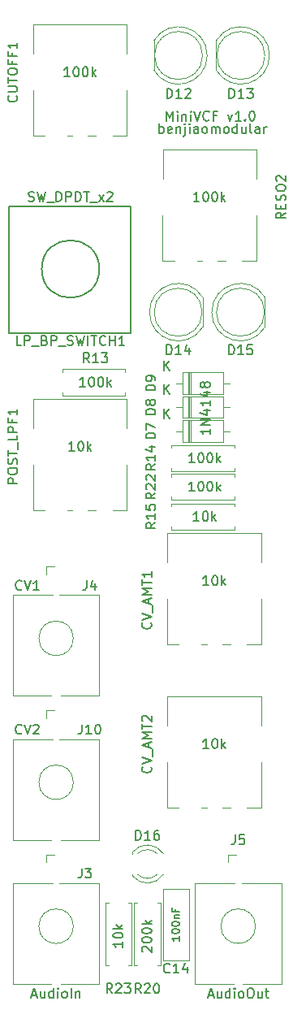
<source format=gbr>
%TF.GenerationSoftware,KiCad,Pcbnew,5.1.9+dfsg1-1~bpo10+1*%
%TF.CreationDate,2022-02-07T13:50:34+08:00*%
%TF.ProjectId,MiniVCF v1.0 - Control,4d696e69-5643-4462-9076-312e30202d20,rev?*%
%TF.SameCoordinates,Original*%
%TF.FileFunction,Legend,Top*%
%TF.FilePolarity,Positive*%
%FSLAX46Y46*%
G04 Gerber Fmt 4.6, Leading zero omitted, Abs format (unit mm)*
G04 Created by KiCad (PCBNEW 5.1.9+dfsg1-1~bpo10+1) date 2022-02-07 13:50:34*
%MOMM*%
%LPD*%
G01*
G04 APERTURE LIST*
%ADD10C,0.150000*%
%ADD11C,0.120000*%
G04 APERTURE END LIST*
D10*
X88276190Y-64852380D02*
X88276190Y-63852380D01*
X88276190Y-64233333D02*
X88371428Y-64185714D01*
X88561904Y-64185714D01*
X88657142Y-64233333D01*
X88704761Y-64280952D01*
X88752380Y-64376190D01*
X88752380Y-64661904D01*
X88704761Y-64757142D01*
X88657142Y-64804761D01*
X88561904Y-64852380D01*
X88371428Y-64852380D01*
X88276190Y-64804761D01*
X89561904Y-64804761D02*
X89466666Y-64852380D01*
X89276190Y-64852380D01*
X89180952Y-64804761D01*
X89133333Y-64709523D01*
X89133333Y-64328571D01*
X89180952Y-64233333D01*
X89276190Y-64185714D01*
X89466666Y-64185714D01*
X89561904Y-64233333D01*
X89609523Y-64328571D01*
X89609523Y-64423809D01*
X89133333Y-64519047D01*
X90038095Y-64185714D02*
X90038095Y-64852380D01*
X90038095Y-64280952D02*
X90085714Y-64233333D01*
X90180952Y-64185714D01*
X90323809Y-64185714D01*
X90419047Y-64233333D01*
X90466666Y-64328571D01*
X90466666Y-64852380D01*
X90942857Y-64185714D02*
X90942857Y-65042857D01*
X90895238Y-65138095D01*
X90800000Y-65185714D01*
X90752380Y-65185714D01*
X90942857Y-63852380D02*
X90895238Y-63900000D01*
X90942857Y-63947619D01*
X90990476Y-63900000D01*
X90942857Y-63852380D01*
X90942857Y-63947619D01*
X91419047Y-64852380D02*
X91419047Y-64185714D01*
X91419047Y-63852380D02*
X91371428Y-63900000D01*
X91419047Y-63947619D01*
X91466666Y-63900000D01*
X91419047Y-63852380D01*
X91419047Y-63947619D01*
X92323809Y-64852380D02*
X92323809Y-64328571D01*
X92276190Y-64233333D01*
X92180952Y-64185714D01*
X91990476Y-64185714D01*
X91895238Y-64233333D01*
X92323809Y-64804761D02*
X92228571Y-64852380D01*
X91990476Y-64852380D01*
X91895238Y-64804761D01*
X91847619Y-64709523D01*
X91847619Y-64614285D01*
X91895238Y-64519047D01*
X91990476Y-64471428D01*
X92228571Y-64471428D01*
X92323809Y-64423809D01*
X92942857Y-64852380D02*
X92847619Y-64804761D01*
X92800000Y-64757142D01*
X92752380Y-64661904D01*
X92752380Y-64376190D01*
X92800000Y-64280952D01*
X92847619Y-64233333D01*
X92942857Y-64185714D01*
X93085714Y-64185714D01*
X93180952Y-64233333D01*
X93228571Y-64280952D01*
X93276190Y-64376190D01*
X93276190Y-64661904D01*
X93228571Y-64757142D01*
X93180952Y-64804761D01*
X93085714Y-64852380D01*
X92942857Y-64852380D01*
X93704761Y-64852380D02*
X93704761Y-64185714D01*
X93704761Y-64280952D02*
X93752380Y-64233333D01*
X93847619Y-64185714D01*
X93990476Y-64185714D01*
X94085714Y-64233333D01*
X94133333Y-64328571D01*
X94133333Y-64852380D01*
X94133333Y-64328571D02*
X94180952Y-64233333D01*
X94276190Y-64185714D01*
X94419047Y-64185714D01*
X94514285Y-64233333D01*
X94561904Y-64328571D01*
X94561904Y-64852380D01*
X95180952Y-64852380D02*
X95085714Y-64804761D01*
X95038095Y-64757142D01*
X94990476Y-64661904D01*
X94990476Y-64376190D01*
X95038095Y-64280952D01*
X95085714Y-64233333D01*
X95180952Y-64185714D01*
X95323809Y-64185714D01*
X95419047Y-64233333D01*
X95466666Y-64280952D01*
X95514285Y-64376190D01*
X95514285Y-64661904D01*
X95466666Y-64757142D01*
X95419047Y-64804761D01*
X95323809Y-64852380D01*
X95180952Y-64852380D01*
X96371428Y-64852380D02*
X96371428Y-63852380D01*
X96371428Y-64804761D02*
X96276190Y-64852380D01*
X96085714Y-64852380D01*
X95990476Y-64804761D01*
X95942857Y-64757142D01*
X95895238Y-64661904D01*
X95895238Y-64376190D01*
X95942857Y-64280952D01*
X95990476Y-64233333D01*
X96085714Y-64185714D01*
X96276190Y-64185714D01*
X96371428Y-64233333D01*
X97276190Y-64185714D02*
X97276190Y-64852380D01*
X96847619Y-64185714D02*
X96847619Y-64709523D01*
X96895238Y-64804761D01*
X96990476Y-64852380D01*
X97133333Y-64852380D01*
X97228571Y-64804761D01*
X97276190Y-64757142D01*
X97895238Y-64852380D02*
X97800000Y-64804761D01*
X97752380Y-64709523D01*
X97752380Y-63852380D01*
X98704761Y-64852380D02*
X98704761Y-64328571D01*
X98657142Y-64233333D01*
X98561904Y-64185714D01*
X98371428Y-64185714D01*
X98276190Y-64233333D01*
X98704761Y-64804761D02*
X98609523Y-64852380D01*
X98371428Y-64852380D01*
X98276190Y-64804761D01*
X98228571Y-64709523D01*
X98228571Y-64614285D01*
X98276190Y-64519047D01*
X98371428Y-64471428D01*
X98609523Y-64471428D01*
X98704761Y-64423809D01*
X99180952Y-64852380D02*
X99180952Y-64185714D01*
X99180952Y-64376190D02*
X99228571Y-64280952D01*
X99276190Y-64233333D01*
X99371428Y-64185714D01*
X99466666Y-64185714D01*
X89028571Y-63552380D02*
X89028571Y-62552380D01*
X89361904Y-63266666D01*
X89695238Y-62552380D01*
X89695238Y-63552380D01*
X90171428Y-63552380D02*
X90171428Y-62885714D01*
X90171428Y-62552380D02*
X90123809Y-62600000D01*
X90171428Y-62647619D01*
X90219047Y-62600000D01*
X90171428Y-62552380D01*
X90171428Y-62647619D01*
X90647619Y-62885714D02*
X90647619Y-63552380D01*
X90647619Y-62980952D02*
X90695238Y-62933333D01*
X90790476Y-62885714D01*
X90933333Y-62885714D01*
X91028571Y-62933333D01*
X91076190Y-63028571D01*
X91076190Y-63552380D01*
X91552380Y-63552380D02*
X91552380Y-62885714D01*
X91552380Y-62552380D02*
X91504761Y-62600000D01*
X91552380Y-62647619D01*
X91600000Y-62600000D01*
X91552380Y-62552380D01*
X91552380Y-62647619D01*
X91885714Y-62552380D02*
X92219047Y-63552380D01*
X92552380Y-62552380D01*
X93457142Y-63457142D02*
X93409523Y-63504761D01*
X93266666Y-63552380D01*
X93171428Y-63552380D01*
X93028571Y-63504761D01*
X92933333Y-63409523D01*
X92885714Y-63314285D01*
X92838095Y-63123809D01*
X92838095Y-62980952D01*
X92885714Y-62790476D01*
X92933333Y-62695238D01*
X93028571Y-62600000D01*
X93171428Y-62552380D01*
X93266666Y-62552380D01*
X93409523Y-62600000D01*
X93457142Y-62647619D01*
X94219047Y-63028571D02*
X93885714Y-63028571D01*
X93885714Y-63552380D02*
X93885714Y-62552380D01*
X94361904Y-62552380D01*
X95409523Y-62885714D02*
X95647619Y-63552380D01*
X95885714Y-62885714D01*
X96790476Y-63552380D02*
X96219047Y-63552380D01*
X96504761Y-63552380D02*
X96504761Y-62552380D01*
X96409523Y-62695238D01*
X96314285Y-62790476D01*
X96219047Y-62838095D01*
X97219047Y-63457142D02*
X97266666Y-63504761D01*
X97219047Y-63552380D01*
X97171428Y-63504761D01*
X97219047Y-63457142D01*
X97219047Y-63552380D01*
X97885714Y-62552380D02*
X97980952Y-62552380D01*
X98076190Y-62600000D01*
X98123809Y-62647619D01*
X98171428Y-62742857D01*
X98219047Y-62933333D01*
X98219047Y-63171428D01*
X98171428Y-63361904D01*
X98123809Y-63457142D01*
X98076190Y-63504761D01*
X97980952Y-63552380D01*
X97885714Y-63552380D01*
X97790476Y-63504761D01*
X97742857Y-63457142D01*
X97695238Y-63361904D01*
X97647619Y-63171428D01*
X97647619Y-62933333D01*
X97695238Y-62742857D01*
X97742857Y-62647619D01*
X97790476Y-62600000D01*
X97885714Y-62552380D01*
%TO.C,LP_BP_SWITCH1*%
X72600000Y-72500000D02*
X85300000Y-72500000D01*
X85300000Y-72500000D02*
X85300000Y-85700000D01*
X72600000Y-85700000D02*
X72600000Y-72500000D01*
X85300000Y-85700000D02*
X72600000Y-85700000D01*
X82000833Y-79000000D02*
G75*
G03*
X82000833Y-79000000I-3000417J0D01*
G01*
D11*
%TO.C,POST_LPF1*%
X79210000Y-104120000D02*
X78680000Y-104120000D01*
X75130000Y-95590000D02*
X75130000Y-92530000D01*
X75120000Y-104120000D02*
X75120000Y-99400000D01*
X84870000Y-95590000D02*
X84870000Y-92530000D01*
X84870000Y-92530000D02*
X75130000Y-92530000D01*
X76310000Y-104120000D02*
X75130000Y-104120000D01*
X81660000Y-104120000D02*
X80830000Y-104120000D01*
X84870000Y-104120000D02*
X83380000Y-104120000D01*
X84870000Y-104120000D02*
X84870000Y-99400000D01*
%TO.C,C14*%
X88630000Y-143580000D02*
X91370000Y-143580000D01*
X88630000Y-151020000D02*
X88630000Y-143580000D01*
X91370000Y-151020000D02*
X91370000Y-143580000D01*
X88630000Y-151020000D02*
X91370000Y-151020000D01*
%TO.C,D7*%
X91290000Y-94780000D02*
X91290000Y-97020000D01*
X91530000Y-94780000D02*
X91530000Y-97020000D01*
X91410000Y-94780000D02*
X91410000Y-97020000D01*
X95580000Y-95900000D02*
X94930000Y-95900000D01*
X90040000Y-95900000D02*
X90690000Y-95900000D01*
X94930000Y-94780000D02*
X90690000Y-94780000D01*
X94930000Y-97020000D02*
X94930000Y-94780000D01*
X90690000Y-97020000D02*
X94930000Y-97020000D01*
X90690000Y-94780000D02*
X90690000Y-97020000D01*
%TO.C,D8*%
X90690000Y-92280000D02*
X90690000Y-94520000D01*
X90690000Y-94520000D02*
X94930000Y-94520000D01*
X94930000Y-94520000D02*
X94930000Y-92280000D01*
X94930000Y-92280000D02*
X90690000Y-92280000D01*
X90040000Y-93400000D02*
X90690000Y-93400000D01*
X95580000Y-93400000D02*
X94930000Y-93400000D01*
X91410000Y-92280000D02*
X91410000Y-94520000D01*
X91530000Y-92280000D02*
X91530000Y-94520000D01*
X91290000Y-92280000D02*
X91290000Y-94520000D01*
%TO.C,D9*%
X91290000Y-89780000D02*
X91290000Y-92020000D01*
X91530000Y-89780000D02*
X91530000Y-92020000D01*
X91410000Y-89780000D02*
X91410000Y-92020000D01*
X95580000Y-90900000D02*
X94930000Y-90900000D01*
X90040000Y-90900000D02*
X90690000Y-90900000D01*
X94930000Y-89780000D02*
X90690000Y-89780000D01*
X94930000Y-92020000D02*
X94930000Y-89780000D01*
X90690000Y-92020000D02*
X94930000Y-92020000D01*
X90690000Y-89780000D02*
X90690000Y-92020000D01*
%TO.C,R13*%
X84680000Y-89430000D02*
X84680000Y-89760000D01*
X78140000Y-91840000D02*
X78140000Y-92170000D01*
X84680000Y-92170000D02*
X84680000Y-91840000D01*
X78140000Y-92170000D02*
X84680000Y-92170000D01*
X78140000Y-89760000D02*
X78140000Y-89430000D01*
X78140000Y-89430000D02*
X84680000Y-89430000D01*
%TO.C,R14*%
X89540000Y-97330000D02*
X96080000Y-97330000D01*
X89540000Y-97660000D02*
X89540000Y-97330000D01*
X89540000Y-100070000D02*
X96080000Y-100070000D01*
X96080000Y-100070000D02*
X96080000Y-99740000D01*
X89540000Y-99740000D02*
X89540000Y-100070000D01*
X96080000Y-97330000D02*
X96080000Y-97660000D01*
%TO.C,R15*%
X96080000Y-103430000D02*
X96080000Y-103760000D01*
X89540000Y-105840000D02*
X89540000Y-106170000D01*
X96080000Y-106170000D02*
X96080000Y-105840000D01*
X89540000Y-106170000D02*
X96080000Y-106170000D01*
X89540000Y-103760000D02*
X89540000Y-103430000D01*
X89540000Y-103430000D02*
X96080000Y-103430000D01*
%TO.C,R20*%
X88370000Y-151580000D02*
X88040000Y-151580000D01*
X85960000Y-145040000D02*
X85630000Y-145040000D01*
X85630000Y-151580000D02*
X85960000Y-151580000D01*
X85630000Y-145040000D02*
X85630000Y-151580000D01*
X88040000Y-145040000D02*
X88370000Y-145040000D01*
X88370000Y-145040000D02*
X88370000Y-151580000D01*
%TO.C,R22*%
X96080000Y-100330000D02*
X96080000Y-100660000D01*
X89540000Y-102740000D02*
X89540000Y-103070000D01*
X96080000Y-103070000D02*
X96080000Y-102740000D01*
X89540000Y-103070000D02*
X96080000Y-103070000D01*
X89540000Y-100660000D02*
X89540000Y-100330000D01*
X89540000Y-100330000D02*
X96080000Y-100330000D01*
%TO.C,R23*%
X85370000Y-151580000D02*
X85040000Y-151580000D01*
X82960000Y-145040000D02*
X82630000Y-145040000D01*
X82630000Y-151580000D02*
X82960000Y-151580000D01*
X82630000Y-145040000D02*
X82630000Y-151580000D01*
X85040000Y-145040000D02*
X85370000Y-145040000D01*
X85370000Y-145040000D02*
X85370000Y-151580000D01*
%TO.C,CUTOFF1*%
X79210000Y-65120000D02*
X78680000Y-65120000D01*
X75130000Y-56590000D02*
X75130000Y-53530000D01*
X75120000Y-65120000D02*
X75120000Y-60400000D01*
X84870000Y-56590000D02*
X84870000Y-53530000D01*
X84870000Y-53530000D02*
X75130000Y-53530000D01*
X76310000Y-65120000D02*
X75130000Y-65120000D01*
X81660000Y-65120000D02*
X80830000Y-65120000D01*
X84870000Y-65120000D02*
X83380000Y-65120000D01*
X84870000Y-65120000D02*
X84870000Y-60400000D01*
%TO.C,CV_AMT1*%
X98870000Y-118120000D02*
X98870000Y-113400000D01*
X98870000Y-118120000D02*
X97380000Y-118120000D01*
X95660000Y-118120000D02*
X94830000Y-118120000D01*
X90310000Y-118120000D02*
X89130000Y-118120000D01*
X98870000Y-106530000D02*
X89130000Y-106530000D01*
X98870000Y-109590000D02*
X98870000Y-106530000D01*
X89120000Y-118120000D02*
X89120000Y-113400000D01*
X89130000Y-109590000D02*
X89130000Y-106530000D01*
X93210000Y-118120000D02*
X92680000Y-118120000D01*
%TO.C,CV_AMT2*%
X93210000Y-135120000D02*
X92680000Y-135120000D01*
X89130000Y-126590000D02*
X89130000Y-123530000D01*
X89120000Y-135120000D02*
X89120000Y-130400000D01*
X98870000Y-126590000D02*
X98870000Y-123530000D01*
X98870000Y-123530000D02*
X89130000Y-123530000D01*
X90310000Y-135120000D02*
X89130000Y-135120000D01*
X95660000Y-135120000D02*
X94830000Y-135120000D01*
X98870000Y-135120000D02*
X97380000Y-135120000D01*
X98870000Y-135120000D02*
X98870000Y-130400000D01*
%TO.C,D12*%
X87710000Y-55205000D02*
X87710000Y-58295000D01*
X92770000Y-56750000D02*
G75*
G03*
X92770000Y-56750000I-2500000J0D01*
G01*
X93260000Y-56749538D02*
G75*
G02*
X87710000Y-58294830I-2990000J-462D01*
G01*
X93260000Y-56750462D02*
G75*
G03*
X87710000Y-55205170I-2990000J462D01*
G01*
%TO.C,D13*%
X99270000Y-56750000D02*
G75*
G03*
X99270000Y-56750000I-2500000J0D01*
G01*
X94210000Y-55205000D02*
X94210000Y-58295000D01*
X99760000Y-56750462D02*
G75*
G03*
X94210000Y-55205170I-2990000J462D01*
G01*
X99760000Y-56749538D02*
G75*
G02*
X94210000Y-58294830I-2990000J-462D01*
G01*
%TO.C,D14*%
X92790000Y-85045000D02*
X92790000Y-81955000D01*
X92730000Y-83500000D02*
G75*
G03*
X92730000Y-83500000I-2500000J0D01*
G01*
X87240000Y-83500462D02*
G75*
G02*
X92790000Y-81955170I2990000J462D01*
G01*
X87240000Y-83499538D02*
G75*
G03*
X92790000Y-85044830I2990000J-462D01*
G01*
%TO.C,D15*%
X99230000Y-83500000D02*
G75*
G03*
X99230000Y-83500000I-2500000J0D01*
G01*
X99290000Y-85045000D02*
X99290000Y-81955000D01*
X93740000Y-83499538D02*
G75*
G03*
X99290000Y-85044830I2990000J-462D01*
G01*
X93740000Y-83500462D02*
G75*
G02*
X99290000Y-81955170I2990000J462D01*
G01*
%TO.C,D16*%
X85460000Y-139764000D02*
X85460000Y-139920000D01*
X85460000Y-142080000D02*
X85460000Y-142236000D01*
X88692335Y-139921392D02*
G75*
G03*
X85460000Y-139764484I-1672335J-1078608D01*
G01*
X88692335Y-142078608D02*
G75*
G02*
X85460000Y-142235516I-1672335J1078608D01*
G01*
X88061130Y-139920163D02*
G75*
G03*
X85979039Y-139920000I-1041130J-1079837D01*
G01*
X88061130Y-142079837D02*
G75*
G02*
X85979039Y-142080000I-1041130J1079837D01*
G01*
%TO.C,J3*%
X76440000Y-140000000D02*
X76440000Y-140800000D01*
X82000000Y-142980000D02*
X82000000Y-153480000D01*
X82000000Y-142980000D02*
X77850000Y-142980000D01*
X77150000Y-142980000D02*
X73000000Y-142980000D01*
X79300000Y-147480000D02*
G75*
G03*
X79300000Y-147480000I-1800000J0D01*
G01*
X73000000Y-142980000D02*
X73000000Y-153480000D01*
X82000000Y-153480000D02*
X78000000Y-153480000D01*
X77000000Y-153480000D02*
X73000000Y-153480000D01*
X76440000Y-140000000D02*
X77300000Y-140000000D01*
%TO.C,J4*%
X76440000Y-110000000D02*
X76440000Y-110800000D01*
X82000000Y-112980000D02*
X82000000Y-123480000D01*
X82000000Y-112980000D02*
X77850000Y-112980000D01*
X77150000Y-112980000D02*
X73000000Y-112980000D01*
X79300000Y-117480000D02*
G75*
G03*
X79300000Y-117480000I-1800000J0D01*
G01*
X73000000Y-112980000D02*
X73000000Y-123480000D01*
X82000000Y-123480000D02*
X78000000Y-123480000D01*
X77000000Y-123480000D02*
X73000000Y-123480000D01*
X76440000Y-110000000D02*
X77300000Y-110000000D01*
%TO.C,J5*%
X95440000Y-140000000D02*
X96300000Y-140000000D01*
X96000000Y-153480000D02*
X92000000Y-153480000D01*
X101000000Y-153480000D02*
X97000000Y-153480000D01*
X92000000Y-142980000D02*
X92000000Y-153480000D01*
X98300000Y-147480000D02*
G75*
G03*
X98300000Y-147480000I-1800000J0D01*
G01*
X96150000Y-142980000D02*
X92000000Y-142980000D01*
X101000000Y-142980000D02*
X96850000Y-142980000D01*
X101000000Y-142980000D02*
X101000000Y-153480000D01*
X95440000Y-140000000D02*
X95440000Y-140800000D01*
%TO.C,J10*%
X76440000Y-125000000D02*
X77300000Y-125000000D01*
X77000000Y-138480000D02*
X73000000Y-138480000D01*
X82000000Y-138480000D02*
X78000000Y-138480000D01*
X73000000Y-127980000D02*
X73000000Y-138480000D01*
X79300000Y-132480000D02*
G75*
G03*
X79300000Y-132480000I-1800000J0D01*
G01*
X77150000Y-127980000D02*
X73000000Y-127980000D01*
X82000000Y-127980000D02*
X77850000Y-127980000D01*
X82000000Y-127980000D02*
X82000000Y-138480000D01*
X76440000Y-125000000D02*
X76440000Y-125800000D01*
%TO.C,RESO2*%
X98370000Y-78120000D02*
X98370000Y-73400000D01*
X98370000Y-78120000D02*
X96880000Y-78120000D01*
X95160000Y-78120000D02*
X94330000Y-78120000D01*
X89810000Y-78120000D02*
X88630000Y-78120000D01*
X98370000Y-66530000D02*
X88630000Y-66530000D01*
X98370000Y-69590000D02*
X98370000Y-66530000D01*
X88620000Y-78120000D02*
X88620000Y-73400000D01*
X88630000Y-69590000D02*
X88630000Y-66530000D01*
X92710000Y-78120000D02*
X92180000Y-78120000D01*
%TO.C,LP_BP_SWITCH1*%
D10*
X73880952Y-86952380D02*
X73404761Y-86952380D01*
X73404761Y-85952380D01*
X74214285Y-86952380D02*
X74214285Y-85952380D01*
X74595238Y-85952380D01*
X74690476Y-86000000D01*
X74738095Y-86047619D01*
X74785714Y-86142857D01*
X74785714Y-86285714D01*
X74738095Y-86380952D01*
X74690476Y-86428571D01*
X74595238Y-86476190D01*
X74214285Y-86476190D01*
X74976190Y-87047619D02*
X75738095Y-87047619D01*
X76309523Y-86428571D02*
X76452380Y-86476190D01*
X76500000Y-86523809D01*
X76547619Y-86619047D01*
X76547619Y-86761904D01*
X76500000Y-86857142D01*
X76452380Y-86904761D01*
X76357142Y-86952380D01*
X75976190Y-86952380D01*
X75976190Y-85952380D01*
X76309523Y-85952380D01*
X76404761Y-86000000D01*
X76452380Y-86047619D01*
X76500000Y-86142857D01*
X76500000Y-86238095D01*
X76452380Y-86333333D01*
X76404761Y-86380952D01*
X76309523Y-86428571D01*
X75976190Y-86428571D01*
X76976190Y-86952380D02*
X76976190Y-85952380D01*
X77357142Y-85952380D01*
X77452380Y-86000000D01*
X77500000Y-86047619D01*
X77547619Y-86142857D01*
X77547619Y-86285714D01*
X77500000Y-86380952D01*
X77452380Y-86428571D01*
X77357142Y-86476190D01*
X76976190Y-86476190D01*
X77738095Y-87047619D02*
X78500000Y-87047619D01*
X78690476Y-86904761D02*
X78833333Y-86952380D01*
X79071428Y-86952380D01*
X79166666Y-86904761D01*
X79214285Y-86857142D01*
X79261904Y-86761904D01*
X79261904Y-86666666D01*
X79214285Y-86571428D01*
X79166666Y-86523809D01*
X79071428Y-86476190D01*
X78880952Y-86428571D01*
X78785714Y-86380952D01*
X78738095Y-86333333D01*
X78690476Y-86238095D01*
X78690476Y-86142857D01*
X78738095Y-86047619D01*
X78785714Y-86000000D01*
X78880952Y-85952380D01*
X79119047Y-85952380D01*
X79261904Y-86000000D01*
X79595238Y-85952380D02*
X79833333Y-86952380D01*
X80023809Y-86238095D01*
X80214285Y-86952380D01*
X80452380Y-85952380D01*
X80833333Y-86952380D02*
X80833333Y-85952380D01*
X81166666Y-85952380D02*
X81738095Y-85952380D01*
X81452380Y-86952380D02*
X81452380Y-85952380D01*
X82642857Y-86857142D02*
X82595238Y-86904761D01*
X82452380Y-86952380D01*
X82357142Y-86952380D01*
X82214285Y-86904761D01*
X82119047Y-86809523D01*
X82071428Y-86714285D01*
X82023809Y-86523809D01*
X82023809Y-86380952D01*
X82071428Y-86190476D01*
X82119047Y-86095238D01*
X82214285Y-86000000D01*
X82357142Y-85952380D01*
X82452380Y-85952380D01*
X82595238Y-86000000D01*
X82642857Y-86047619D01*
X83071428Y-86952380D02*
X83071428Y-85952380D01*
X83071428Y-86428571D02*
X83642857Y-86428571D01*
X83642857Y-86952380D02*
X83642857Y-85952380D01*
X84642857Y-86952380D02*
X84071428Y-86952380D01*
X84357142Y-86952380D02*
X84357142Y-85952380D01*
X84261904Y-86095238D01*
X84166666Y-86190476D01*
X84071428Y-86238095D01*
X74619047Y-71904761D02*
X74761904Y-71952380D01*
X75000000Y-71952380D01*
X75095238Y-71904761D01*
X75142857Y-71857142D01*
X75190476Y-71761904D01*
X75190476Y-71666666D01*
X75142857Y-71571428D01*
X75095238Y-71523809D01*
X75000000Y-71476190D01*
X74809523Y-71428571D01*
X74714285Y-71380952D01*
X74666666Y-71333333D01*
X74619047Y-71238095D01*
X74619047Y-71142857D01*
X74666666Y-71047619D01*
X74714285Y-71000000D01*
X74809523Y-70952380D01*
X75047619Y-70952380D01*
X75190476Y-71000000D01*
X75523809Y-70952380D02*
X75761904Y-71952380D01*
X75952380Y-71238095D01*
X76142857Y-71952380D01*
X76380952Y-70952380D01*
X76523809Y-72047619D02*
X77285714Y-72047619D01*
X77523809Y-71952380D02*
X77523809Y-70952380D01*
X77761904Y-70952380D01*
X77904761Y-71000000D01*
X78000000Y-71095238D01*
X78047619Y-71190476D01*
X78095238Y-71380952D01*
X78095238Y-71523809D01*
X78047619Y-71714285D01*
X78000000Y-71809523D01*
X77904761Y-71904761D01*
X77761904Y-71952380D01*
X77523809Y-71952380D01*
X78523809Y-71952380D02*
X78523809Y-70952380D01*
X78904761Y-70952380D01*
X79000000Y-71000000D01*
X79047619Y-71047619D01*
X79095238Y-71142857D01*
X79095238Y-71285714D01*
X79047619Y-71380952D01*
X79000000Y-71428571D01*
X78904761Y-71476190D01*
X78523809Y-71476190D01*
X79523809Y-71952380D02*
X79523809Y-70952380D01*
X79761904Y-70952380D01*
X79904761Y-71000000D01*
X80000000Y-71095238D01*
X80047619Y-71190476D01*
X80095238Y-71380952D01*
X80095238Y-71523809D01*
X80047619Y-71714285D01*
X80000000Y-71809523D01*
X79904761Y-71904761D01*
X79761904Y-71952380D01*
X79523809Y-71952380D01*
X80380952Y-70952380D02*
X80952380Y-70952380D01*
X80666666Y-71952380D02*
X80666666Y-70952380D01*
X81047619Y-72047619D02*
X81809523Y-72047619D01*
X81952380Y-71952380D02*
X82476190Y-71285714D01*
X81952380Y-71285714D02*
X82476190Y-71952380D01*
X82809523Y-71047619D02*
X82857142Y-71000000D01*
X82952380Y-70952380D01*
X83190476Y-70952380D01*
X83285714Y-71000000D01*
X83333333Y-71047619D01*
X83380952Y-71142857D01*
X83380952Y-71238095D01*
X83333333Y-71380952D01*
X82761904Y-71952380D01*
X83380952Y-71952380D01*
%TO.C,POST_LPF1*%
X73452380Y-101333333D02*
X72452380Y-101333333D01*
X72452380Y-100952380D01*
X72500000Y-100857142D01*
X72547619Y-100809523D01*
X72642857Y-100761904D01*
X72785714Y-100761904D01*
X72880952Y-100809523D01*
X72928571Y-100857142D01*
X72976190Y-100952380D01*
X72976190Y-101333333D01*
X72452380Y-100142857D02*
X72452380Y-99952380D01*
X72500000Y-99857142D01*
X72595238Y-99761904D01*
X72785714Y-99714285D01*
X73119047Y-99714285D01*
X73309523Y-99761904D01*
X73404761Y-99857142D01*
X73452380Y-99952380D01*
X73452380Y-100142857D01*
X73404761Y-100238095D01*
X73309523Y-100333333D01*
X73119047Y-100380952D01*
X72785714Y-100380952D01*
X72595238Y-100333333D01*
X72500000Y-100238095D01*
X72452380Y-100142857D01*
X73404761Y-99333333D02*
X73452380Y-99190476D01*
X73452380Y-98952380D01*
X73404761Y-98857142D01*
X73357142Y-98809523D01*
X73261904Y-98761904D01*
X73166666Y-98761904D01*
X73071428Y-98809523D01*
X73023809Y-98857142D01*
X72976190Y-98952380D01*
X72928571Y-99142857D01*
X72880952Y-99238095D01*
X72833333Y-99285714D01*
X72738095Y-99333333D01*
X72642857Y-99333333D01*
X72547619Y-99285714D01*
X72500000Y-99238095D01*
X72452380Y-99142857D01*
X72452380Y-98904761D01*
X72500000Y-98761904D01*
X72452380Y-98476190D02*
X72452380Y-97904761D01*
X73452380Y-98190476D02*
X72452380Y-98190476D01*
X73547619Y-97809523D02*
X73547619Y-97047619D01*
X73452380Y-96333333D02*
X73452380Y-96809523D01*
X72452380Y-96809523D01*
X73452380Y-96000000D02*
X72452380Y-96000000D01*
X72452380Y-95619047D01*
X72500000Y-95523809D01*
X72547619Y-95476190D01*
X72642857Y-95428571D01*
X72785714Y-95428571D01*
X72880952Y-95476190D01*
X72928571Y-95523809D01*
X72976190Y-95619047D01*
X72976190Y-96000000D01*
X72928571Y-94666666D02*
X72928571Y-95000000D01*
X73452380Y-95000000D02*
X72452380Y-95000000D01*
X72452380Y-94523809D01*
X73452380Y-93619047D02*
X73452380Y-94190476D01*
X73452380Y-93904761D02*
X72452380Y-93904761D01*
X72595238Y-94000000D01*
X72690476Y-94095238D01*
X72738095Y-94190476D01*
X79404761Y-97952380D02*
X78833333Y-97952380D01*
X79119047Y-97952380D02*
X79119047Y-96952380D01*
X79023809Y-97095238D01*
X78928571Y-97190476D01*
X78833333Y-97238095D01*
X80023809Y-96952380D02*
X80119047Y-96952380D01*
X80214285Y-97000000D01*
X80261904Y-97047619D01*
X80309523Y-97142857D01*
X80357142Y-97333333D01*
X80357142Y-97571428D01*
X80309523Y-97761904D01*
X80261904Y-97857142D01*
X80214285Y-97904761D01*
X80119047Y-97952380D01*
X80023809Y-97952380D01*
X79928571Y-97904761D01*
X79880952Y-97857142D01*
X79833333Y-97761904D01*
X79785714Y-97571428D01*
X79785714Y-97333333D01*
X79833333Y-97142857D01*
X79880952Y-97047619D01*
X79928571Y-97000000D01*
X80023809Y-96952380D01*
X80785714Y-97952380D02*
X80785714Y-96952380D01*
X80880952Y-97571428D02*
X81166666Y-97952380D01*
X81166666Y-97285714D02*
X80785714Y-97666666D01*
%TO.C,C14*%
X89357142Y-152257142D02*
X89309523Y-152304761D01*
X89166666Y-152352380D01*
X89071428Y-152352380D01*
X88928571Y-152304761D01*
X88833333Y-152209523D01*
X88785714Y-152114285D01*
X88738095Y-151923809D01*
X88738095Y-151780952D01*
X88785714Y-151590476D01*
X88833333Y-151495238D01*
X88928571Y-151400000D01*
X89071428Y-151352380D01*
X89166666Y-151352380D01*
X89309523Y-151400000D01*
X89357142Y-151447619D01*
X90309523Y-152352380D02*
X89738095Y-152352380D01*
X90023809Y-152352380D02*
X90023809Y-151352380D01*
X89928571Y-151495238D01*
X89833333Y-151590476D01*
X89738095Y-151638095D01*
X91166666Y-151685714D02*
X91166666Y-152352380D01*
X90928571Y-151304761D02*
X90690476Y-152019047D01*
X91309523Y-152019047D01*
X90361904Y-148538095D02*
X90361904Y-148995238D01*
X90361904Y-148766666D02*
X89561904Y-148766666D01*
X89676190Y-148842857D01*
X89752380Y-148919047D01*
X89790476Y-148995238D01*
X89561904Y-148042857D02*
X89561904Y-147966666D01*
X89600000Y-147890476D01*
X89638095Y-147852380D01*
X89714285Y-147814285D01*
X89866666Y-147776190D01*
X90057142Y-147776190D01*
X90209523Y-147814285D01*
X90285714Y-147852380D01*
X90323809Y-147890476D01*
X90361904Y-147966666D01*
X90361904Y-148042857D01*
X90323809Y-148119047D01*
X90285714Y-148157142D01*
X90209523Y-148195238D01*
X90057142Y-148233333D01*
X89866666Y-148233333D01*
X89714285Y-148195238D01*
X89638095Y-148157142D01*
X89600000Y-148119047D01*
X89561904Y-148042857D01*
X89561904Y-147280952D02*
X89561904Y-147204761D01*
X89600000Y-147128571D01*
X89638095Y-147090476D01*
X89714285Y-147052380D01*
X89866666Y-147014285D01*
X90057142Y-147014285D01*
X90209523Y-147052380D01*
X90285714Y-147090476D01*
X90323809Y-147128571D01*
X90361904Y-147204761D01*
X90361904Y-147280952D01*
X90323809Y-147357142D01*
X90285714Y-147395238D01*
X90209523Y-147433333D01*
X90057142Y-147471428D01*
X89866666Y-147471428D01*
X89714285Y-147433333D01*
X89638095Y-147395238D01*
X89600000Y-147357142D01*
X89561904Y-147280952D01*
X89828571Y-146671428D02*
X90361904Y-146671428D01*
X89904761Y-146671428D02*
X89866666Y-146633333D01*
X89828571Y-146557142D01*
X89828571Y-146442857D01*
X89866666Y-146366666D01*
X89942857Y-146328571D01*
X90361904Y-146328571D01*
X89942857Y-145680952D02*
X89942857Y-145947619D01*
X90361904Y-145947619D02*
X89561904Y-145947619D01*
X89561904Y-145566666D01*
%TO.C,D7*%
X87852380Y-96638095D02*
X86852380Y-96638095D01*
X86852380Y-96400000D01*
X86900000Y-96257142D01*
X86995238Y-96161904D01*
X87090476Y-96114285D01*
X87280952Y-96066666D01*
X87423809Y-96066666D01*
X87614285Y-96114285D01*
X87709523Y-96161904D01*
X87804761Y-96257142D01*
X87852380Y-96400000D01*
X87852380Y-96638095D01*
X86852380Y-95733333D02*
X86852380Y-95066666D01*
X87852380Y-95495238D01*
X88738095Y-94552380D02*
X88738095Y-93552380D01*
X89309523Y-94552380D02*
X88880952Y-93980952D01*
X89309523Y-93552380D02*
X88738095Y-94123809D01*
%TO.C,D8*%
X87852380Y-94138095D02*
X86852380Y-94138095D01*
X86852380Y-93900000D01*
X86900000Y-93757142D01*
X86995238Y-93661904D01*
X87090476Y-93614285D01*
X87280952Y-93566666D01*
X87423809Y-93566666D01*
X87614285Y-93614285D01*
X87709523Y-93661904D01*
X87804761Y-93757142D01*
X87852380Y-93900000D01*
X87852380Y-94138095D01*
X87280952Y-92995238D02*
X87233333Y-93090476D01*
X87185714Y-93138095D01*
X87090476Y-93185714D01*
X87042857Y-93185714D01*
X86947619Y-93138095D01*
X86900000Y-93090476D01*
X86852380Y-92995238D01*
X86852380Y-92804761D01*
X86900000Y-92709523D01*
X86947619Y-92661904D01*
X87042857Y-92614285D01*
X87090476Y-92614285D01*
X87185714Y-92661904D01*
X87233333Y-92709523D01*
X87280952Y-92804761D01*
X87280952Y-92995238D01*
X87328571Y-93090476D01*
X87376190Y-93138095D01*
X87471428Y-93185714D01*
X87661904Y-93185714D01*
X87757142Y-93138095D01*
X87804761Y-93090476D01*
X87852380Y-92995238D01*
X87852380Y-92804761D01*
X87804761Y-92709523D01*
X87757142Y-92661904D01*
X87661904Y-92614285D01*
X87471428Y-92614285D01*
X87376190Y-92661904D01*
X87328571Y-92709523D01*
X87280952Y-92804761D01*
X88738095Y-92052380D02*
X88738095Y-91052380D01*
X89309523Y-92052380D02*
X88880952Y-91480952D01*
X89309523Y-91052380D02*
X88738095Y-91623809D01*
%TO.C,D9*%
X87852380Y-91638095D02*
X86852380Y-91638095D01*
X86852380Y-91400000D01*
X86900000Y-91257142D01*
X86995238Y-91161904D01*
X87090476Y-91114285D01*
X87280952Y-91066666D01*
X87423809Y-91066666D01*
X87614285Y-91114285D01*
X87709523Y-91161904D01*
X87804761Y-91257142D01*
X87852380Y-91400000D01*
X87852380Y-91638095D01*
X87852380Y-90590476D02*
X87852380Y-90400000D01*
X87804761Y-90304761D01*
X87757142Y-90257142D01*
X87614285Y-90161904D01*
X87423809Y-90114285D01*
X87042857Y-90114285D01*
X86947619Y-90161904D01*
X86900000Y-90209523D01*
X86852380Y-90304761D01*
X86852380Y-90495238D01*
X86900000Y-90590476D01*
X86947619Y-90638095D01*
X87042857Y-90685714D01*
X87280952Y-90685714D01*
X87376190Y-90638095D01*
X87423809Y-90590476D01*
X87471428Y-90495238D01*
X87471428Y-90304761D01*
X87423809Y-90209523D01*
X87376190Y-90161904D01*
X87280952Y-90114285D01*
X93552380Y-95642857D02*
X93552380Y-96214285D01*
X93552380Y-95928571D02*
X92552380Y-95928571D01*
X92695238Y-96023809D01*
X92790476Y-96119047D01*
X92838095Y-96214285D01*
X93552380Y-95214285D02*
X92552380Y-95214285D01*
X93552380Y-94642857D01*
X92552380Y-94642857D01*
X92885714Y-93738095D02*
X93552380Y-93738095D01*
X92504761Y-93976190D02*
X93219047Y-94214285D01*
X93219047Y-93595238D01*
X93552380Y-92690476D02*
X93552380Y-93261904D01*
X93552380Y-92976190D02*
X92552380Y-92976190D01*
X92695238Y-93071428D01*
X92790476Y-93166666D01*
X92838095Y-93261904D01*
X92885714Y-91833333D02*
X93552380Y-91833333D01*
X92504761Y-92071428D02*
X93219047Y-92309523D01*
X93219047Y-91690476D01*
X92980952Y-91166666D02*
X92933333Y-91261904D01*
X92885714Y-91309523D01*
X92790476Y-91357142D01*
X92742857Y-91357142D01*
X92647619Y-91309523D01*
X92600000Y-91261904D01*
X92552380Y-91166666D01*
X92552380Y-90976190D01*
X92600000Y-90880952D01*
X92647619Y-90833333D01*
X92742857Y-90785714D01*
X92790476Y-90785714D01*
X92885714Y-90833333D01*
X92933333Y-90880952D01*
X92980952Y-90976190D01*
X92980952Y-91166666D01*
X93028571Y-91261904D01*
X93076190Y-91309523D01*
X93171428Y-91357142D01*
X93361904Y-91357142D01*
X93457142Y-91309523D01*
X93504761Y-91261904D01*
X93552380Y-91166666D01*
X93552380Y-90976190D01*
X93504761Y-90880952D01*
X93457142Y-90833333D01*
X93361904Y-90785714D01*
X93171428Y-90785714D01*
X93076190Y-90833333D01*
X93028571Y-90880952D01*
X92980952Y-90976190D01*
X88738095Y-89552380D02*
X88738095Y-88552380D01*
X89309523Y-89552380D02*
X88880952Y-88980952D01*
X89309523Y-88552380D02*
X88738095Y-89123809D01*
%TO.C,R13*%
X80957142Y-88752380D02*
X80623809Y-88276190D01*
X80385714Y-88752380D02*
X80385714Y-87752380D01*
X80766666Y-87752380D01*
X80861904Y-87800000D01*
X80909523Y-87847619D01*
X80957142Y-87942857D01*
X80957142Y-88085714D01*
X80909523Y-88180952D01*
X80861904Y-88228571D01*
X80766666Y-88276190D01*
X80385714Y-88276190D01*
X81909523Y-88752380D02*
X81338095Y-88752380D01*
X81623809Y-88752380D02*
X81623809Y-87752380D01*
X81528571Y-87895238D01*
X81433333Y-87990476D01*
X81338095Y-88038095D01*
X82242857Y-87752380D02*
X82861904Y-87752380D01*
X82528571Y-88133333D01*
X82671428Y-88133333D01*
X82766666Y-88180952D01*
X82814285Y-88228571D01*
X82861904Y-88323809D01*
X82861904Y-88561904D01*
X82814285Y-88657142D01*
X82766666Y-88704761D01*
X82671428Y-88752380D01*
X82385714Y-88752380D01*
X82290476Y-88704761D01*
X82242857Y-88657142D01*
X80528571Y-91252380D02*
X79957142Y-91252380D01*
X80242857Y-91252380D02*
X80242857Y-90252380D01*
X80147619Y-90395238D01*
X80052380Y-90490476D01*
X79957142Y-90538095D01*
X81147619Y-90252380D02*
X81242857Y-90252380D01*
X81338095Y-90300000D01*
X81385714Y-90347619D01*
X81433333Y-90442857D01*
X81480952Y-90633333D01*
X81480952Y-90871428D01*
X81433333Y-91061904D01*
X81385714Y-91157142D01*
X81338095Y-91204761D01*
X81242857Y-91252380D01*
X81147619Y-91252380D01*
X81052380Y-91204761D01*
X81004761Y-91157142D01*
X80957142Y-91061904D01*
X80909523Y-90871428D01*
X80909523Y-90633333D01*
X80957142Y-90442857D01*
X81004761Y-90347619D01*
X81052380Y-90300000D01*
X81147619Y-90252380D01*
X82100000Y-90252380D02*
X82195238Y-90252380D01*
X82290476Y-90300000D01*
X82338095Y-90347619D01*
X82385714Y-90442857D01*
X82433333Y-90633333D01*
X82433333Y-90871428D01*
X82385714Y-91061904D01*
X82338095Y-91157142D01*
X82290476Y-91204761D01*
X82195238Y-91252380D01*
X82100000Y-91252380D01*
X82004761Y-91204761D01*
X81957142Y-91157142D01*
X81909523Y-91061904D01*
X81861904Y-90871428D01*
X81861904Y-90633333D01*
X81909523Y-90442857D01*
X81957142Y-90347619D01*
X82004761Y-90300000D01*
X82100000Y-90252380D01*
X82861904Y-91252380D02*
X82861904Y-90252380D01*
X82957142Y-90871428D02*
X83242857Y-91252380D01*
X83242857Y-90585714D02*
X82861904Y-90966666D01*
%TO.C,R14*%
X87852380Y-99342857D02*
X87376190Y-99676190D01*
X87852380Y-99914285D02*
X86852380Y-99914285D01*
X86852380Y-99533333D01*
X86900000Y-99438095D01*
X86947619Y-99390476D01*
X87042857Y-99342857D01*
X87185714Y-99342857D01*
X87280952Y-99390476D01*
X87328571Y-99438095D01*
X87376190Y-99533333D01*
X87376190Y-99914285D01*
X87852380Y-98390476D02*
X87852380Y-98961904D01*
X87852380Y-98676190D02*
X86852380Y-98676190D01*
X86995238Y-98771428D01*
X87090476Y-98866666D01*
X87138095Y-98961904D01*
X87185714Y-97533333D02*
X87852380Y-97533333D01*
X86804761Y-97771428D02*
X87519047Y-98009523D01*
X87519047Y-97390476D01*
X91928571Y-99152380D02*
X91357142Y-99152380D01*
X91642857Y-99152380D02*
X91642857Y-98152380D01*
X91547619Y-98295238D01*
X91452380Y-98390476D01*
X91357142Y-98438095D01*
X92547619Y-98152380D02*
X92642857Y-98152380D01*
X92738095Y-98200000D01*
X92785714Y-98247619D01*
X92833333Y-98342857D01*
X92880952Y-98533333D01*
X92880952Y-98771428D01*
X92833333Y-98961904D01*
X92785714Y-99057142D01*
X92738095Y-99104761D01*
X92642857Y-99152380D01*
X92547619Y-99152380D01*
X92452380Y-99104761D01*
X92404761Y-99057142D01*
X92357142Y-98961904D01*
X92309523Y-98771428D01*
X92309523Y-98533333D01*
X92357142Y-98342857D01*
X92404761Y-98247619D01*
X92452380Y-98200000D01*
X92547619Y-98152380D01*
X93500000Y-98152380D02*
X93595238Y-98152380D01*
X93690476Y-98200000D01*
X93738095Y-98247619D01*
X93785714Y-98342857D01*
X93833333Y-98533333D01*
X93833333Y-98771428D01*
X93785714Y-98961904D01*
X93738095Y-99057142D01*
X93690476Y-99104761D01*
X93595238Y-99152380D01*
X93500000Y-99152380D01*
X93404761Y-99104761D01*
X93357142Y-99057142D01*
X93309523Y-98961904D01*
X93261904Y-98771428D01*
X93261904Y-98533333D01*
X93309523Y-98342857D01*
X93357142Y-98247619D01*
X93404761Y-98200000D01*
X93500000Y-98152380D01*
X94261904Y-99152380D02*
X94261904Y-98152380D01*
X94357142Y-98771428D02*
X94642857Y-99152380D01*
X94642857Y-98485714D02*
X94261904Y-98866666D01*
%TO.C,R15*%
X87852380Y-105442857D02*
X87376190Y-105776190D01*
X87852380Y-106014285D02*
X86852380Y-106014285D01*
X86852380Y-105633333D01*
X86900000Y-105538095D01*
X86947619Y-105490476D01*
X87042857Y-105442857D01*
X87185714Y-105442857D01*
X87280952Y-105490476D01*
X87328571Y-105538095D01*
X87376190Y-105633333D01*
X87376190Y-106014285D01*
X87852380Y-104490476D02*
X87852380Y-105061904D01*
X87852380Y-104776190D02*
X86852380Y-104776190D01*
X86995238Y-104871428D01*
X87090476Y-104966666D01*
X87138095Y-105061904D01*
X86852380Y-103585714D02*
X86852380Y-104061904D01*
X87328571Y-104109523D01*
X87280952Y-104061904D01*
X87233333Y-103966666D01*
X87233333Y-103728571D01*
X87280952Y-103633333D01*
X87328571Y-103585714D01*
X87423809Y-103538095D01*
X87661904Y-103538095D01*
X87757142Y-103585714D01*
X87804761Y-103633333D01*
X87852380Y-103728571D01*
X87852380Y-103966666D01*
X87804761Y-104061904D01*
X87757142Y-104109523D01*
X92404761Y-105252380D02*
X91833333Y-105252380D01*
X92119047Y-105252380D02*
X92119047Y-104252380D01*
X92023809Y-104395238D01*
X91928571Y-104490476D01*
X91833333Y-104538095D01*
X93023809Y-104252380D02*
X93119047Y-104252380D01*
X93214285Y-104300000D01*
X93261904Y-104347619D01*
X93309523Y-104442857D01*
X93357142Y-104633333D01*
X93357142Y-104871428D01*
X93309523Y-105061904D01*
X93261904Y-105157142D01*
X93214285Y-105204761D01*
X93119047Y-105252380D01*
X93023809Y-105252380D01*
X92928571Y-105204761D01*
X92880952Y-105157142D01*
X92833333Y-105061904D01*
X92785714Y-104871428D01*
X92785714Y-104633333D01*
X92833333Y-104442857D01*
X92880952Y-104347619D01*
X92928571Y-104300000D01*
X93023809Y-104252380D01*
X93785714Y-105252380D02*
X93785714Y-104252380D01*
X93880952Y-104871428D02*
X94166666Y-105252380D01*
X94166666Y-104585714D02*
X93785714Y-104966666D01*
%TO.C,R20*%
X86357142Y-154452380D02*
X86023809Y-153976190D01*
X85785714Y-154452380D02*
X85785714Y-153452380D01*
X86166666Y-153452380D01*
X86261904Y-153500000D01*
X86309523Y-153547619D01*
X86357142Y-153642857D01*
X86357142Y-153785714D01*
X86309523Y-153880952D01*
X86261904Y-153928571D01*
X86166666Y-153976190D01*
X85785714Y-153976190D01*
X86738095Y-153547619D02*
X86785714Y-153500000D01*
X86880952Y-153452380D01*
X87119047Y-153452380D01*
X87214285Y-153500000D01*
X87261904Y-153547619D01*
X87309523Y-153642857D01*
X87309523Y-153738095D01*
X87261904Y-153880952D01*
X86690476Y-154452380D01*
X87309523Y-154452380D01*
X87928571Y-153452380D02*
X88023809Y-153452380D01*
X88119047Y-153500000D01*
X88166666Y-153547619D01*
X88214285Y-153642857D01*
X88261904Y-153833333D01*
X88261904Y-154071428D01*
X88214285Y-154261904D01*
X88166666Y-154357142D01*
X88119047Y-154404761D01*
X88023809Y-154452380D01*
X87928571Y-154452380D01*
X87833333Y-154404761D01*
X87785714Y-154357142D01*
X87738095Y-154261904D01*
X87690476Y-154071428D01*
X87690476Y-153833333D01*
X87738095Y-153642857D01*
X87785714Y-153547619D01*
X87833333Y-153500000D01*
X87928571Y-153452380D01*
X86547619Y-150142857D02*
X86500000Y-150095238D01*
X86452380Y-150000000D01*
X86452380Y-149761904D01*
X86500000Y-149666666D01*
X86547619Y-149619047D01*
X86642857Y-149571428D01*
X86738095Y-149571428D01*
X86880952Y-149619047D01*
X87452380Y-150190476D01*
X87452380Y-149571428D01*
X86452380Y-148952380D02*
X86452380Y-148857142D01*
X86500000Y-148761904D01*
X86547619Y-148714285D01*
X86642857Y-148666666D01*
X86833333Y-148619047D01*
X87071428Y-148619047D01*
X87261904Y-148666666D01*
X87357142Y-148714285D01*
X87404761Y-148761904D01*
X87452380Y-148857142D01*
X87452380Y-148952380D01*
X87404761Y-149047619D01*
X87357142Y-149095238D01*
X87261904Y-149142857D01*
X87071428Y-149190476D01*
X86833333Y-149190476D01*
X86642857Y-149142857D01*
X86547619Y-149095238D01*
X86500000Y-149047619D01*
X86452380Y-148952380D01*
X86452380Y-148000000D02*
X86452380Y-147904761D01*
X86500000Y-147809523D01*
X86547619Y-147761904D01*
X86642857Y-147714285D01*
X86833333Y-147666666D01*
X87071428Y-147666666D01*
X87261904Y-147714285D01*
X87357142Y-147761904D01*
X87404761Y-147809523D01*
X87452380Y-147904761D01*
X87452380Y-148000000D01*
X87404761Y-148095238D01*
X87357142Y-148142857D01*
X87261904Y-148190476D01*
X87071428Y-148238095D01*
X86833333Y-148238095D01*
X86642857Y-148190476D01*
X86547619Y-148142857D01*
X86500000Y-148095238D01*
X86452380Y-148000000D01*
X87452380Y-147238095D02*
X86452380Y-147238095D01*
X87071428Y-147142857D02*
X87452380Y-146857142D01*
X86785714Y-146857142D02*
X87166666Y-147238095D01*
%TO.C,R22*%
X87852380Y-102342857D02*
X87376190Y-102676190D01*
X87852380Y-102914285D02*
X86852380Y-102914285D01*
X86852380Y-102533333D01*
X86900000Y-102438095D01*
X86947619Y-102390476D01*
X87042857Y-102342857D01*
X87185714Y-102342857D01*
X87280952Y-102390476D01*
X87328571Y-102438095D01*
X87376190Y-102533333D01*
X87376190Y-102914285D01*
X86947619Y-101961904D02*
X86900000Y-101914285D01*
X86852380Y-101819047D01*
X86852380Y-101580952D01*
X86900000Y-101485714D01*
X86947619Y-101438095D01*
X87042857Y-101390476D01*
X87138095Y-101390476D01*
X87280952Y-101438095D01*
X87852380Y-102009523D01*
X87852380Y-101390476D01*
X86947619Y-101009523D02*
X86900000Y-100961904D01*
X86852380Y-100866666D01*
X86852380Y-100628571D01*
X86900000Y-100533333D01*
X86947619Y-100485714D01*
X87042857Y-100438095D01*
X87138095Y-100438095D01*
X87280952Y-100485714D01*
X87852380Y-101057142D01*
X87852380Y-100438095D01*
X91928571Y-102152380D02*
X91357142Y-102152380D01*
X91642857Y-102152380D02*
X91642857Y-101152380D01*
X91547619Y-101295238D01*
X91452380Y-101390476D01*
X91357142Y-101438095D01*
X92547619Y-101152380D02*
X92642857Y-101152380D01*
X92738095Y-101200000D01*
X92785714Y-101247619D01*
X92833333Y-101342857D01*
X92880952Y-101533333D01*
X92880952Y-101771428D01*
X92833333Y-101961904D01*
X92785714Y-102057142D01*
X92738095Y-102104761D01*
X92642857Y-102152380D01*
X92547619Y-102152380D01*
X92452380Y-102104761D01*
X92404761Y-102057142D01*
X92357142Y-101961904D01*
X92309523Y-101771428D01*
X92309523Y-101533333D01*
X92357142Y-101342857D01*
X92404761Y-101247619D01*
X92452380Y-101200000D01*
X92547619Y-101152380D01*
X93500000Y-101152380D02*
X93595238Y-101152380D01*
X93690476Y-101200000D01*
X93738095Y-101247619D01*
X93785714Y-101342857D01*
X93833333Y-101533333D01*
X93833333Y-101771428D01*
X93785714Y-101961904D01*
X93738095Y-102057142D01*
X93690476Y-102104761D01*
X93595238Y-102152380D01*
X93500000Y-102152380D01*
X93404761Y-102104761D01*
X93357142Y-102057142D01*
X93309523Y-101961904D01*
X93261904Y-101771428D01*
X93261904Y-101533333D01*
X93309523Y-101342857D01*
X93357142Y-101247619D01*
X93404761Y-101200000D01*
X93500000Y-101152380D01*
X94261904Y-102152380D02*
X94261904Y-101152380D01*
X94357142Y-101771428D02*
X94642857Y-102152380D01*
X94642857Y-101485714D02*
X94261904Y-101866666D01*
%TO.C,R23*%
X83357142Y-154452380D02*
X83023809Y-153976190D01*
X82785714Y-154452380D02*
X82785714Y-153452380D01*
X83166666Y-153452380D01*
X83261904Y-153500000D01*
X83309523Y-153547619D01*
X83357142Y-153642857D01*
X83357142Y-153785714D01*
X83309523Y-153880952D01*
X83261904Y-153928571D01*
X83166666Y-153976190D01*
X82785714Y-153976190D01*
X83738095Y-153547619D02*
X83785714Y-153500000D01*
X83880952Y-153452380D01*
X84119047Y-153452380D01*
X84214285Y-153500000D01*
X84261904Y-153547619D01*
X84309523Y-153642857D01*
X84309523Y-153738095D01*
X84261904Y-153880952D01*
X83690476Y-154452380D01*
X84309523Y-154452380D01*
X84642857Y-153452380D02*
X85261904Y-153452380D01*
X84928571Y-153833333D01*
X85071428Y-153833333D01*
X85166666Y-153880952D01*
X85214285Y-153928571D01*
X85261904Y-154023809D01*
X85261904Y-154261904D01*
X85214285Y-154357142D01*
X85166666Y-154404761D01*
X85071428Y-154452380D01*
X84785714Y-154452380D01*
X84690476Y-154404761D01*
X84642857Y-154357142D01*
X84452380Y-149095238D02*
X84452380Y-149666666D01*
X84452380Y-149380952D02*
X83452380Y-149380952D01*
X83595238Y-149476190D01*
X83690476Y-149571428D01*
X83738095Y-149666666D01*
X83452380Y-148476190D02*
X83452380Y-148380952D01*
X83500000Y-148285714D01*
X83547619Y-148238095D01*
X83642857Y-148190476D01*
X83833333Y-148142857D01*
X84071428Y-148142857D01*
X84261904Y-148190476D01*
X84357142Y-148238095D01*
X84404761Y-148285714D01*
X84452380Y-148380952D01*
X84452380Y-148476190D01*
X84404761Y-148571428D01*
X84357142Y-148619047D01*
X84261904Y-148666666D01*
X84071428Y-148714285D01*
X83833333Y-148714285D01*
X83642857Y-148666666D01*
X83547619Y-148619047D01*
X83500000Y-148571428D01*
X83452380Y-148476190D01*
X84452380Y-147714285D02*
X83452380Y-147714285D01*
X84071428Y-147619047D02*
X84452380Y-147333333D01*
X83785714Y-147333333D02*
X84166666Y-147714285D01*
%TO.C,CUTOFF1*%
X73357142Y-60952380D02*
X73404761Y-61000000D01*
X73452380Y-61142857D01*
X73452380Y-61238095D01*
X73404761Y-61380952D01*
X73309523Y-61476190D01*
X73214285Y-61523809D01*
X73023809Y-61571428D01*
X72880952Y-61571428D01*
X72690476Y-61523809D01*
X72595238Y-61476190D01*
X72500000Y-61380952D01*
X72452380Y-61238095D01*
X72452380Y-61142857D01*
X72500000Y-61000000D01*
X72547619Y-60952380D01*
X72452380Y-60523809D02*
X73261904Y-60523809D01*
X73357142Y-60476190D01*
X73404761Y-60428571D01*
X73452380Y-60333333D01*
X73452380Y-60142857D01*
X73404761Y-60047619D01*
X73357142Y-60000000D01*
X73261904Y-59952380D01*
X72452380Y-59952380D01*
X72452380Y-59619047D02*
X72452380Y-59047619D01*
X73452380Y-59333333D02*
X72452380Y-59333333D01*
X72452380Y-58523809D02*
X72452380Y-58333333D01*
X72500000Y-58238095D01*
X72595238Y-58142857D01*
X72785714Y-58095238D01*
X73119047Y-58095238D01*
X73309523Y-58142857D01*
X73404761Y-58238095D01*
X73452380Y-58333333D01*
X73452380Y-58523809D01*
X73404761Y-58619047D01*
X73309523Y-58714285D01*
X73119047Y-58761904D01*
X72785714Y-58761904D01*
X72595238Y-58714285D01*
X72500000Y-58619047D01*
X72452380Y-58523809D01*
X72928571Y-57333333D02*
X72928571Y-57666666D01*
X73452380Y-57666666D02*
X72452380Y-57666666D01*
X72452380Y-57190476D01*
X72928571Y-56476190D02*
X72928571Y-56809523D01*
X73452380Y-56809523D02*
X72452380Y-56809523D01*
X72452380Y-56333333D01*
X73452380Y-55428571D02*
X73452380Y-56000000D01*
X73452380Y-55714285D02*
X72452380Y-55714285D01*
X72595238Y-55809523D01*
X72690476Y-55904761D01*
X72738095Y-56000000D01*
X78928571Y-58952380D02*
X78357142Y-58952380D01*
X78642857Y-58952380D02*
X78642857Y-57952380D01*
X78547619Y-58095238D01*
X78452380Y-58190476D01*
X78357142Y-58238095D01*
X79547619Y-57952380D02*
X79642857Y-57952380D01*
X79738095Y-58000000D01*
X79785714Y-58047619D01*
X79833333Y-58142857D01*
X79880952Y-58333333D01*
X79880952Y-58571428D01*
X79833333Y-58761904D01*
X79785714Y-58857142D01*
X79738095Y-58904761D01*
X79642857Y-58952380D01*
X79547619Y-58952380D01*
X79452380Y-58904761D01*
X79404761Y-58857142D01*
X79357142Y-58761904D01*
X79309523Y-58571428D01*
X79309523Y-58333333D01*
X79357142Y-58142857D01*
X79404761Y-58047619D01*
X79452380Y-58000000D01*
X79547619Y-57952380D01*
X80500000Y-57952380D02*
X80595238Y-57952380D01*
X80690476Y-58000000D01*
X80738095Y-58047619D01*
X80785714Y-58142857D01*
X80833333Y-58333333D01*
X80833333Y-58571428D01*
X80785714Y-58761904D01*
X80738095Y-58857142D01*
X80690476Y-58904761D01*
X80595238Y-58952380D01*
X80500000Y-58952380D01*
X80404761Y-58904761D01*
X80357142Y-58857142D01*
X80309523Y-58761904D01*
X80261904Y-58571428D01*
X80261904Y-58333333D01*
X80309523Y-58142857D01*
X80357142Y-58047619D01*
X80404761Y-58000000D01*
X80500000Y-57952380D01*
X81261904Y-58952380D02*
X81261904Y-57952380D01*
X81357142Y-58571428D02*
X81642857Y-58952380D01*
X81642857Y-58285714D02*
X81261904Y-58666666D01*
%TO.C,CV_AMT1*%
X87357142Y-115857142D02*
X87404761Y-115904761D01*
X87452380Y-116047619D01*
X87452380Y-116142857D01*
X87404761Y-116285714D01*
X87309523Y-116380952D01*
X87214285Y-116428571D01*
X87023809Y-116476190D01*
X86880952Y-116476190D01*
X86690476Y-116428571D01*
X86595238Y-116380952D01*
X86500000Y-116285714D01*
X86452380Y-116142857D01*
X86452380Y-116047619D01*
X86500000Y-115904761D01*
X86547619Y-115857142D01*
X86452380Y-115571428D02*
X87452380Y-115238095D01*
X86452380Y-114904761D01*
X87547619Y-114809523D02*
X87547619Y-114047619D01*
X87166666Y-113857142D02*
X87166666Y-113380952D01*
X87452380Y-113952380D02*
X86452380Y-113619047D01*
X87452380Y-113285714D01*
X87452380Y-112952380D02*
X86452380Y-112952380D01*
X87166666Y-112619047D01*
X86452380Y-112285714D01*
X87452380Y-112285714D01*
X86452380Y-111952380D02*
X86452380Y-111380952D01*
X87452380Y-111666666D02*
X86452380Y-111666666D01*
X87452380Y-110523809D02*
X87452380Y-111095238D01*
X87452380Y-110809523D02*
X86452380Y-110809523D01*
X86595238Y-110904761D01*
X86690476Y-111000000D01*
X86738095Y-111095238D01*
X93404761Y-111952380D02*
X92833333Y-111952380D01*
X93119047Y-111952380D02*
X93119047Y-110952380D01*
X93023809Y-111095238D01*
X92928571Y-111190476D01*
X92833333Y-111238095D01*
X94023809Y-110952380D02*
X94119047Y-110952380D01*
X94214285Y-111000000D01*
X94261904Y-111047619D01*
X94309523Y-111142857D01*
X94357142Y-111333333D01*
X94357142Y-111571428D01*
X94309523Y-111761904D01*
X94261904Y-111857142D01*
X94214285Y-111904761D01*
X94119047Y-111952380D01*
X94023809Y-111952380D01*
X93928571Y-111904761D01*
X93880952Y-111857142D01*
X93833333Y-111761904D01*
X93785714Y-111571428D01*
X93785714Y-111333333D01*
X93833333Y-111142857D01*
X93880952Y-111047619D01*
X93928571Y-111000000D01*
X94023809Y-110952380D01*
X94785714Y-111952380D02*
X94785714Y-110952380D01*
X94880952Y-111571428D02*
X95166666Y-111952380D01*
X95166666Y-111285714D02*
X94785714Y-111666666D01*
%TO.C,CV_AMT2*%
X87357142Y-130857142D02*
X87404761Y-130904761D01*
X87452380Y-131047619D01*
X87452380Y-131142857D01*
X87404761Y-131285714D01*
X87309523Y-131380952D01*
X87214285Y-131428571D01*
X87023809Y-131476190D01*
X86880952Y-131476190D01*
X86690476Y-131428571D01*
X86595238Y-131380952D01*
X86500000Y-131285714D01*
X86452380Y-131142857D01*
X86452380Y-131047619D01*
X86500000Y-130904761D01*
X86547619Y-130857142D01*
X86452380Y-130571428D02*
X87452380Y-130238095D01*
X86452380Y-129904761D01*
X87547619Y-129809523D02*
X87547619Y-129047619D01*
X87166666Y-128857142D02*
X87166666Y-128380952D01*
X87452380Y-128952380D02*
X86452380Y-128619047D01*
X87452380Y-128285714D01*
X87452380Y-127952380D02*
X86452380Y-127952380D01*
X87166666Y-127619047D01*
X86452380Y-127285714D01*
X87452380Y-127285714D01*
X86452380Y-126952380D02*
X86452380Y-126380952D01*
X87452380Y-126666666D02*
X86452380Y-126666666D01*
X86547619Y-126095238D02*
X86500000Y-126047619D01*
X86452380Y-125952380D01*
X86452380Y-125714285D01*
X86500000Y-125619047D01*
X86547619Y-125571428D01*
X86642857Y-125523809D01*
X86738095Y-125523809D01*
X86880952Y-125571428D01*
X87452380Y-126142857D01*
X87452380Y-125523809D01*
X93404761Y-128952380D02*
X92833333Y-128952380D01*
X93119047Y-128952380D02*
X93119047Y-127952380D01*
X93023809Y-128095238D01*
X92928571Y-128190476D01*
X92833333Y-128238095D01*
X94023809Y-127952380D02*
X94119047Y-127952380D01*
X94214285Y-128000000D01*
X94261904Y-128047619D01*
X94309523Y-128142857D01*
X94357142Y-128333333D01*
X94357142Y-128571428D01*
X94309523Y-128761904D01*
X94261904Y-128857142D01*
X94214285Y-128904761D01*
X94119047Y-128952380D01*
X94023809Y-128952380D01*
X93928571Y-128904761D01*
X93880952Y-128857142D01*
X93833333Y-128761904D01*
X93785714Y-128571428D01*
X93785714Y-128333333D01*
X93833333Y-128142857D01*
X93880952Y-128047619D01*
X93928571Y-128000000D01*
X94023809Y-127952380D01*
X94785714Y-128952380D02*
X94785714Y-127952380D01*
X94880952Y-128571428D02*
X95166666Y-128952380D01*
X95166666Y-128285714D02*
X94785714Y-128666666D01*
%TO.C,D12*%
X89055714Y-61202380D02*
X89055714Y-60202380D01*
X89293809Y-60202380D01*
X89436666Y-60250000D01*
X89531904Y-60345238D01*
X89579523Y-60440476D01*
X89627142Y-60630952D01*
X89627142Y-60773809D01*
X89579523Y-60964285D01*
X89531904Y-61059523D01*
X89436666Y-61154761D01*
X89293809Y-61202380D01*
X89055714Y-61202380D01*
X90579523Y-61202380D02*
X90008095Y-61202380D01*
X90293809Y-61202380D02*
X90293809Y-60202380D01*
X90198571Y-60345238D01*
X90103333Y-60440476D01*
X90008095Y-60488095D01*
X90960476Y-60297619D02*
X91008095Y-60250000D01*
X91103333Y-60202380D01*
X91341428Y-60202380D01*
X91436666Y-60250000D01*
X91484285Y-60297619D01*
X91531904Y-60392857D01*
X91531904Y-60488095D01*
X91484285Y-60630952D01*
X90912857Y-61202380D01*
X91531904Y-61202380D01*
%TO.C,D13*%
X95555714Y-61202380D02*
X95555714Y-60202380D01*
X95793809Y-60202380D01*
X95936666Y-60250000D01*
X96031904Y-60345238D01*
X96079523Y-60440476D01*
X96127142Y-60630952D01*
X96127142Y-60773809D01*
X96079523Y-60964285D01*
X96031904Y-61059523D01*
X95936666Y-61154761D01*
X95793809Y-61202380D01*
X95555714Y-61202380D01*
X97079523Y-61202380D02*
X96508095Y-61202380D01*
X96793809Y-61202380D02*
X96793809Y-60202380D01*
X96698571Y-60345238D01*
X96603333Y-60440476D01*
X96508095Y-60488095D01*
X97412857Y-60202380D02*
X98031904Y-60202380D01*
X97698571Y-60583333D01*
X97841428Y-60583333D01*
X97936666Y-60630952D01*
X97984285Y-60678571D01*
X98031904Y-60773809D01*
X98031904Y-61011904D01*
X97984285Y-61107142D01*
X97936666Y-61154761D01*
X97841428Y-61202380D01*
X97555714Y-61202380D01*
X97460476Y-61154761D01*
X97412857Y-61107142D01*
%TO.C,D14*%
X89015714Y-87912380D02*
X89015714Y-86912380D01*
X89253809Y-86912380D01*
X89396666Y-86960000D01*
X89491904Y-87055238D01*
X89539523Y-87150476D01*
X89587142Y-87340952D01*
X89587142Y-87483809D01*
X89539523Y-87674285D01*
X89491904Y-87769523D01*
X89396666Y-87864761D01*
X89253809Y-87912380D01*
X89015714Y-87912380D01*
X90539523Y-87912380D02*
X89968095Y-87912380D01*
X90253809Y-87912380D02*
X90253809Y-86912380D01*
X90158571Y-87055238D01*
X90063333Y-87150476D01*
X89968095Y-87198095D01*
X91396666Y-87245714D02*
X91396666Y-87912380D01*
X91158571Y-86864761D02*
X90920476Y-87579047D01*
X91539523Y-87579047D01*
%TO.C,D15*%
X95515714Y-87912380D02*
X95515714Y-86912380D01*
X95753809Y-86912380D01*
X95896666Y-86960000D01*
X95991904Y-87055238D01*
X96039523Y-87150476D01*
X96087142Y-87340952D01*
X96087142Y-87483809D01*
X96039523Y-87674285D01*
X95991904Y-87769523D01*
X95896666Y-87864761D01*
X95753809Y-87912380D01*
X95515714Y-87912380D01*
X97039523Y-87912380D02*
X96468095Y-87912380D01*
X96753809Y-87912380D02*
X96753809Y-86912380D01*
X96658571Y-87055238D01*
X96563333Y-87150476D01*
X96468095Y-87198095D01*
X97944285Y-86912380D02*
X97468095Y-86912380D01*
X97420476Y-87388571D01*
X97468095Y-87340952D01*
X97563333Y-87293333D01*
X97801428Y-87293333D01*
X97896666Y-87340952D01*
X97944285Y-87388571D01*
X97991904Y-87483809D01*
X97991904Y-87721904D01*
X97944285Y-87817142D01*
X97896666Y-87864761D01*
X97801428Y-87912380D01*
X97563333Y-87912380D01*
X97468095Y-87864761D01*
X97420476Y-87817142D01*
%TO.C,D16*%
X85805714Y-138492380D02*
X85805714Y-137492380D01*
X86043809Y-137492380D01*
X86186666Y-137540000D01*
X86281904Y-137635238D01*
X86329523Y-137730476D01*
X86377142Y-137920952D01*
X86377142Y-138063809D01*
X86329523Y-138254285D01*
X86281904Y-138349523D01*
X86186666Y-138444761D01*
X86043809Y-138492380D01*
X85805714Y-138492380D01*
X87329523Y-138492380D02*
X86758095Y-138492380D01*
X87043809Y-138492380D02*
X87043809Y-137492380D01*
X86948571Y-137635238D01*
X86853333Y-137730476D01*
X86758095Y-137778095D01*
X88186666Y-137492380D02*
X87996190Y-137492380D01*
X87900952Y-137540000D01*
X87853333Y-137587619D01*
X87758095Y-137730476D01*
X87710476Y-137920952D01*
X87710476Y-138301904D01*
X87758095Y-138397142D01*
X87805714Y-138444761D01*
X87900952Y-138492380D01*
X88091428Y-138492380D01*
X88186666Y-138444761D01*
X88234285Y-138397142D01*
X88281904Y-138301904D01*
X88281904Y-138063809D01*
X88234285Y-137968571D01*
X88186666Y-137920952D01*
X88091428Y-137873333D01*
X87900952Y-137873333D01*
X87805714Y-137920952D01*
X87758095Y-137968571D01*
X87710476Y-138063809D01*
%TO.C,J3*%
X80166666Y-141452380D02*
X80166666Y-142166666D01*
X80119047Y-142309523D01*
X80023809Y-142404761D01*
X79880952Y-142452380D01*
X79785714Y-142452380D01*
X80547619Y-141452380D02*
X81166666Y-141452380D01*
X80833333Y-141833333D01*
X80976190Y-141833333D01*
X81071428Y-141880952D01*
X81119047Y-141928571D01*
X81166666Y-142023809D01*
X81166666Y-142261904D01*
X81119047Y-142357142D01*
X81071428Y-142404761D01*
X80976190Y-142452380D01*
X80690476Y-142452380D01*
X80595238Y-142404761D01*
X80547619Y-142357142D01*
X74976190Y-154666666D02*
X75452380Y-154666666D01*
X74880952Y-154952380D02*
X75214285Y-153952380D01*
X75547619Y-154952380D01*
X76309523Y-154285714D02*
X76309523Y-154952380D01*
X75880952Y-154285714D02*
X75880952Y-154809523D01*
X75928571Y-154904761D01*
X76023809Y-154952380D01*
X76166666Y-154952380D01*
X76261904Y-154904761D01*
X76309523Y-154857142D01*
X77214285Y-154952380D02*
X77214285Y-153952380D01*
X77214285Y-154904761D02*
X77119047Y-154952380D01*
X76928571Y-154952380D01*
X76833333Y-154904761D01*
X76785714Y-154857142D01*
X76738095Y-154761904D01*
X76738095Y-154476190D01*
X76785714Y-154380952D01*
X76833333Y-154333333D01*
X76928571Y-154285714D01*
X77119047Y-154285714D01*
X77214285Y-154333333D01*
X77690476Y-154952380D02*
X77690476Y-154285714D01*
X77690476Y-153952380D02*
X77642857Y-154000000D01*
X77690476Y-154047619D01*
X77738095Y-154000000D01*
X77690476Y-153952380D01*
X77690476Y-154047619D01*
X78309523Y-154952380D02*
X78214285Y-154904761D01*
X78166666Y-154857142D01*
X78119047Y-154761904D01*
X78119047Y-154476190D01*
X78166666Y-154380952D01*
X78214285Y-154333333D01*
X78309523Y-154285714D01*
X78452380Y-154285714D01*
X78547619Y-154333333D01*
X78595238Y-154380952D01*
X78642857Y-154476190D01*
X78642857Y-154761904D01*
X78595238Y-154857142D01*
X78547619Y-154904761D01*
X78452380Y-154952380D01*
X78309523Y-154952380D01*
X79071428Y-154952380D02*
X79071428Y-153952380D01*
X79547619Y-154285714D02*
X79547619Y-154952380D01*
X79547619Y-154380952D02*
X79595238Y-154333333D01*
X79690476Y-154285714D01*
X79833333Y-154285714D01*
X79928571Y-154333333D01*
X79976190Y-154428571D01*
X79976190Y-154952380D01*
%TO.C,J4*%
X80666666Y-111452380D02*
X80666666Y-112166666D01*
X80619047Y-112309523D01*
X80523809Y-112404761D01*
X80380952Y-112452380D01*
X80285714Y-112452380D01*
X81571428Y-111785714D02*
X81571428Y-112452380D01*
X81333333Y-111404761D02*
X81095238Y-112119047D01*
X81714285Y-112119047D01*
X73904761Y-112357142D02*
X73857142Y-112404761D01*
X73714285Y-112452380D01*
X73619047Y-112452380D01*
X73476190Y-112404761D01*
X73380952Y-112309523D01*
X73333333Y-112214285D01*
X73285714Y-112023809D01*
X73285714Y-111880952D01*
X73333333Y-111690476D01*
X73380952Y-111595238D01*
X73476190Y-111500000D01*
X73619047Y-111452380D01*
X73714285Y-111452380D01*
X73857142Y-111500000D01*
X73904761Y-111547619D01*
X74190476Y-111452380D02*
X74523809Y-112452380D01*
X74857142Y-111452380D01*
X75714285Y-112452380D02*
X75142857Y-112452380D01*
X75428571Y-112452380D02*
X75428571Y-111452380D01*
X75333333Y-111595238D01*
X75238095Y-111690476D01*
X75142857Y-111738095D01*
%TO.C,J5*%
X96166666Y-137952380D02*
X96166666Y-138666666D01*
X96119047Y-138809523D01*
X96023809Y-138904761D01*
X95880952Y-138952380D01*
X95785714Y-138952380D01*
X97119047Y-137952380D02*
X96642857Y-137952380D01*
X96595238Y-138428571D01*
X96642857Y-138380952D01*
X96738095Y-138333333D01*
X96976190Y-138333333D01*
X97071428Y-138380952D01*
X97119047Y-138428571D01*
X97166666Y-138523809D01*
X97166666Y-138761904D01*
X97119047Y-138857142D01*
X97071428Y-138904761D01*
X96976190Y-138952380D01*
X96738095Y-138952380D01*
X96642857Y-138904761D01*
X96595238Y-138857142D01*
X93404761Y-154666666D02*
X93880952Y-154666666D01*
X93309523Y-154952380D02*
X93642857Y-153952380D01*
X93976190Y-154952380D01*
X94738095Y-154285714D02*
X94738095Y-154952380D01*
X94309523Y-154285714D02*
X94309523Y-154809523D01*
X94357142Y-154904761D01*
X94452380Y-154952380D01*
X94595238Y-154952380D01*
X94690476Y-154904761D01*
X94738095Y-154857142D01*
X95642857Y-154952380D02*
X95642857Y-153952380D01*
X95642857Y-154904761D02*
X95547619Y-154952380D01*
X95357142Y-154952380D01*
X95261904Y-154904761D01*
X95214285Y-154857142D01*
X95166666Y-154761904D01*
X95166666Y-154476190D01*
X95214285Y-154380952D01*
X95261904Y-154333333D01*
X95357142Y-154285714D01*
X95547619Y-154285714D01*
X95642857Y-154333333D01*
X96119047Y-154952380D02*
X96119047Y-154285714D01*
X96119047Y-153952380D02*
X96071428Y-154000000D01*
X96119047Y-154047619D01*
X96166666Y-154000000D01*
X96119047Y-153952380D01*
X96119047Y-154047619D01*
X96738095Y-154952380D02*
X96642857Y-154904761D01*
X96595238Y-154857142D01*
X96547619Y-154761904D01*
X96547619Y-154476190D01*
X96595238Y-154380952D01*
X96642857Y-154333333D01*
X96738095Y-154285714D01*
X96880952Y-154285714D01*
X96976190Y-154333333D01*
X97023809Y-154380952D01*
X97071428Y-154476190D01*
X97071428Y-154761904D01*
X97023809Y-154857142D01*
X96976190Y-154904761D01*
X96880952Y-154952380D01*
X96738095Y-154952380D01*
X97690476Y-153952380D02*
X97880952Y-153952380D01*
X97976190Y-154000000D01*
X98071428Y-154095238D01*
X98119047Y-154285714D01*
X98119047Y-154619047D01*
X98071428Y-154809523D01*
X97976190Y-154904761D01*
X97880952Y-154952380D01*
X97690476Y-154952380D01*
X97595238Y-154904761D01*
X97500000Y-154809523D01*
X97452380Y-154619047D01*
X97452380Y-154285714D01*
X97500000Y-154095238D01*
X97595238Y-154000000D01*
X97690476Y-153952380D01*
X98976190Y-154285714D02*
X98976190Y-154952380D01*
X98547619Y-154285714D02*
X98547619Y-154809523D01*
X98595238Y-154904761D01*
X98690476Y-154952380D01*
X98833333Y-154952380D01*
X98928571Y-154904761D01*
X98976190Y-154857142D01*
X99309523Y-154285714D02*
X99690476Y-154285714D01*
X99452380Y-153952380D02*
X99452380Y-154809523D01*
X99500000Y-154904761D01*
X99595238Y-154952380D01*
X99690476Y-154952380D01*
%TO.C,J10*%
X80190476Y-126452380D02*
X80190476Y-127166666D01*
X80142857Y-127309523D01*
X80047619Y-127404761D01*
X79904761Y-127452380D01*
X79809523Y-127452380D01*
X81190476Y-127452380D02*
X80619047Y-127452380D01*
X80904761Y-127452380D02*
X80904761Y-126452380D01*
X80809523Y-126595238D01*
X80714285Y-126690476D01*
X80619047Y-126738095D01*
X81809523Y-126452380D02*
X81904761Y-126452380D01*
X82000000Y-126500000D01*
X82047619Y-126547619D01*
X82095238Y-126642857D01*
X82142857Y-126833333D01*
X82142857Y-127071428D01*
X82095238Y-127261904D01*
X82047619Y-127357142D01*
X82000000Y-127404761D01*
X81904761Y-127452380D01*
X81809523Y-127452380D01*
X81714285Y-127404761D01*
X81666666Y-127357142D01*
X81619047Y-127261904D01*
X81571428Y-127071428D01*
X81571428Y-126833333D01*
X81619047Y-126642857D01*
X81666666Y-126547619D01*
X81714285Y-126500000D01*
X81809523Y-126452380D01*
X73904761Y-127357142D02*
X73857142Y-127404761D01*
X73714285Y-127452380D01*
X73619047Y-127452380D01*
X73476190Y-127404761D01*
X73380952Y-127309523D01*
X73333333Y-127214285D01*
X73285714Y-127023809D01*
X73285714Y-126880952D01*
X73333333Y-126690476D01*
X73380952Y-126595238D01*
X73476190Y-126500000D01*
X73619047Y-126452380D01*
X73714285Y-126452380D01*
X73857142Y-126500000D01*
X73904761Y-126547619D01*
X74190476Y-126452380D02*
X74523809Y-127452380D01*
X74857142Y-126452380D01*
X75142857Y-126547619D02*
X75190476Y-126500000D01*
X75285714Y-126452380D01*
X75523809Y-126452380D01*
X75619047Y-126500000D01*
X75666666Y-126547619D01*
X75714285Y-126642857D01*
X75714285Y-126738095D01*
X75666666Y-126880952D01*
X75095238Y-127452380D01*
X75714285Y-127452380D01*
%TO.C,RESO2*%
X101452380Y-73119047D02*
X100976190Y-73452380D01*
X101452380Y-73690476D02*
X100452380Y-73690476D01*
X100452380Y-73309523D01*
X100500000Y-73214285D01*
X100547619Y-73166666D01*
X100642857Y-73119047D01*
X100785714Y-73119047D01*
X100880952Y-73166666D01*
X100928571Y-73214285D01*
X100976190Y-73309523D01*
X100976190Y-73690476D01*
X100928571Y-72690476D02*
X100928571Y-72357142D01*
X101452380Y-72214285D02*
X101452380Y-72690476D01*
X100452380Y-72690476D01*
X100452380Y-72214285D01*
X101404761Y-71833333D02*
X101452380Y-71690476D01*
X101452380Y-71452380D01*
X101404761Y-71357142D01*
X101357142Y-71309523D01*
X101261904Y-71261904D01*
X101166666Y-71261904D01*
X101071428Y-71309523D01*
X101023809Y-71357142D01*
X100976190Y-71452380D01*
X100928571Y-71642857D01*
X100880952Y-71738095D01*
X100833333Y-71785714D01*
X100738095Y-71833333D01*
X100642857Y-71833333D01*
X100547619Y-71785714D01*
X100500000Y-71738095D01*
X100452380Y-71642857D01*
X100452380Y-71404761D01*
X100500000Y-71261904D01*
X100452380Y-70642857D02*
X100452380Y-70452380D01*
X100500000Y-70357142D01*
X100595238Y-70261904D01*
X100785714Y-70214285D01*
X101119047Y-70214285D01*
X101309523Y-70261904D01*
X101404761Y-70357142D01*
X101452380Y-70452380D01*
X101452380Y-70642857D01*
X101404761Y-70738095D01*
X101309523Y-70833333D01*
X101119047Y-70880952D01*
X100785714Y-70880952D01*
X100595238Y-70833333D01*
X100500000Y-70738095D01*
X100452380Y-70642857D01*
X100547619Y-69833333D02*
X100500000Y-69785714D01*
X100452380Y-69690476D01*
X100452380Y-69452380D01*
X100500000Y-69357142D01*
X100547619Y-69309523D01*
X100642857Y-69261904D01*
X100738095Y-69261904D01*
X100880952Y-69309523D01*
X101452380Y-69880952D01*
X101452380Y-69261904D01*
X92428571Y-71952380D02*
X91857142Y-71952380D01*
X92142857Y-71952380D02*
X92142857Y-70952380D01*
X92047619Y-71095238D01*
X91952380Y-71190476D01*
X91857142Y-71238095D01*
X93047619Y-70952380D02*
X93142857Y-70952380D01*
X93238095Y-71000000D01*
X93285714Y-71047619D01*
X93333333Y-71142857D01*
X93380952Y-71333333D01*
X93380952Y-71571428D01*
X93333333Y-71761904D01*
X93285714Y-71857142D01*
X93238095Y-71904761D01*
X93142857Y-71952380D01*
X93047619Y-71952380D01*
X92952380Y-71904761D01*
X92904761Y-71857142D01*
X92857142Y-71761904D01*
X92809523Y-71571428D01*
X92809523Y-71333333D01*
X92857142Y-71142857D01*
X92904761Y-71047619D01*
X92952380Y-71000000D01*
X93047619Y-70952380D01*
X94000000Y-70952380D02*
X94095238Y-70952380D01*
X94190476Y-71000000D01*
X94238095Y-71047619D01*
X94285714Y-71142857D01*
X94333333Y-71333333D01*
X94333333Y-71571428D01*
X94285714Y-71761904D01*
X94238095Y-71857142D01*
X94190476Y-71904761D01*
X94095238Y-71952380D01*
X94000000Y-71952380D01*
X93904761Y-71904761D01*
X93857142Y-71857142D01*
X93809523Y-71761904D01*
X93761904Y-71571428D01*
X93761904Y-71333333D01*
X93809523Y-71142857D01*
X93857142Y-71047619D01*
X93904761Y-71000000D01*
X94000000Y-70952380D01*
X94761904Y-71952380D02*
X94761904Y-70952380D01*
X94857142Y-71571428D02*
X95142857Y-71952380D01*
X95142857Y-71285714D02*
X94761904Y-71666666D01*
%TD*%
M02*

</source>
